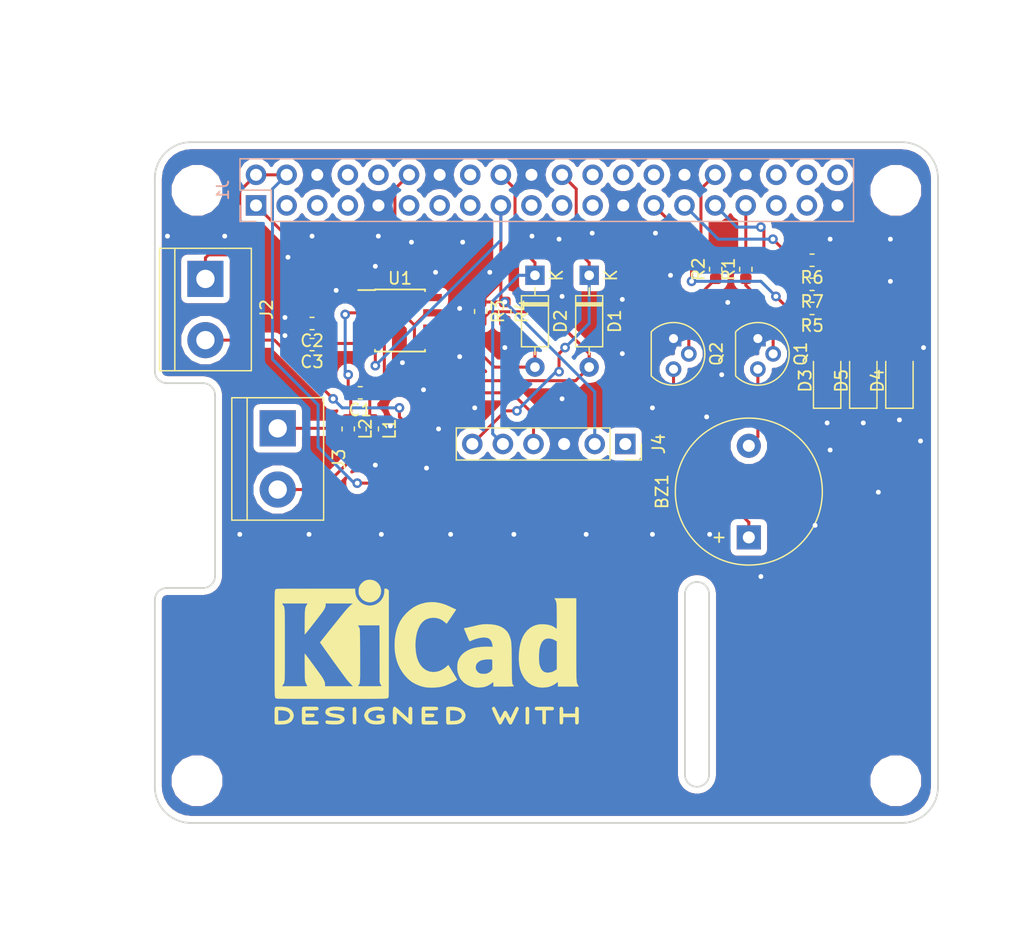
<source format=kicad_pcb>
(kicad_pcb (version 20171130) (host pcbnew "(5.0.0)")
  (layers (0 F.Cu signal) (31 B.Cu signal) (34 B.Paste user) (35 F.Paste user) (36 B.SilkS user) (37 F.SilkS user) (38 B.Mask user) (39 F.Mask user) (44 Edge.Cuts user))
  (net 0 "")
  (net 1 +5V)
  (net 2 "Net-(J2-Pad2)")
  (net 3 "Net-(J3-Pad2)")
  (net 4 "Net-(J3-Pad1)")
  (net 5 +3V3)
  (net 6 "Net-(D2-Pad2)")
  (net 7 "Net-(D1-Pad2)")
  (net 8 "Net-(Q2-Pad2)")
  (net 9 /PWM)
  (net 10 /BUZZ)
  (net 11 "Net-(Q1-Pad2)")
  (net 12 GND)
  (net 13 "Net-(BZ1-Pad2)")
  (net 14 "Net-(C1-Pad2)")
  (net 15 "Net-(C1-Pad1)")
  (net 16 /SO)
  (net 17 /SCK)
  (net 18 /CS)
  (net 19 "Net-(J1-Pad3)")
  (net 20 "Net-(J1-Pad5)")
  (net 21 "Net-(J1-Pad7)")
  (net 22 "Net-(J1-Pad8)")
  (net 23 "Net-(J1-Pad10)")
  (net 24 "Net-(J1-Pad11)")
  (net 25 "Net-(J1-Pad13)")
  (net 26 "Net-(J1-Pad15)")
  (net 27 "Net-(J1-Pad16)")
  (net 28 "Net-(J1-Pad19)")
  (net 29 "Net-(J1-Pad21)")
  (net 30 "Net-(J1-Pad23)")
  (net 31 "Net-(J1-Pad24)")
  (net 32 "Net-(J1-Pad26)")
  (net 33 "Net-(J1-Pad27)")
  (net 34 "Net-(J1-Pad28)")
  (net 35 "Net-(J1-Pad29)")
  (net 36 "Net-(J1-Pad31)")
  (net 37 "Net-(J1-Pad35)")
  (net 38 "Net-(J1-Pad36)")
  (net 39 "Net-(J1-Pad37)")
  (net 40 "Net-(J1-Pad38)")
  (net 41 "Net-(J1-Pad40)")
  (net 42 "Net-(J4-Pad1)")
  (net 43 "Net-(D3-Pad2)")
  (net 44 "Net-(D4-Pad2)")
  (net 45 "Net-(D5-Pad2)")
  (module MountingHole:MountingHole_3.2mm_M3 (layer F.Cu) (at 102.2 58.95)
    (fp_text reference REF** hide)
    (fp_text value MountingHole_3.2mm_M3)
    (pad 1 np_thru_hole circle (at 0 0) (size 3.2 3.2) (drill 3.2) (layers *.Cu *.Mask))
  )
  (module MountingHole:MountingHole_3.2mm_M3 (layer F.Cu) (at 160.2 58.95)
    (fp_text reference REF** hide)
    (fp_text value MountingHole_3.2mm_M3)
    (pad 1 np_thru_hole circle (at 0 0) (size 3.2 3.2) (drill 3.2) (layers *.Cu *.Mask))
  )
  (module MountingHole:MountingHole_3.2mm_M3 (layer F.Cu) (at 102.2 107.95)
    (fp_text reference REF** hide)
    (fp_text value MountingHole_3.2mm_M3)
    (pad 1 np_thru_hole circle (at 0 0) (size 3.2 3.2) (drill 3.2) (layers *.Cu *.Mask))
  )
  (module TerminalBlock:TerminalBlock_bornier-2_P5.08mm (layer F.Cu) (at 108.9 78.7 270)
    (fp_text reference J3 (at 2.54 -5.08 270) (layer F.SilkS))
    (fp_text value T-PROBE)
    (pad 2 thru_hole circle (at 5.08 0 270) (size 3 3) (drill 1.52) (layers *.Cu *.Mask) (net 3 "Net-(J3-Pad2)"))
    (pad 1 thru_hole rect (at 0 0 270) (size 3 3) (drill 1.52) (layers *.Cu *.Mask) (net 4 "Net-(J3-Pad1)"))
  )
  (module Diode_SMD:D_1206_3216Metric (layer F.Cu) (at 154.5 74.75 90)
    (fp_text reference D3 (at 0 -1.82 90) (layer F.SilkS))
    (fp_text value LED)
    (pad 1 smd roundrect (at -1.4 0 90) (size 1.25 1.75) (layers F.Cu F.Paste F.Mask) (roundrect_rratio 0.2) (net 12 GND))
    (pad 2 smd roundrect (at 1.4 0 90) (size 1.25 1.75) (layers F.Cu F.Paste F.Mask) (roundrect_rratio 0.2) (net 43 "Net-(D3-Pad2)"))
  )
  (module Diode_SMD:D_1206_3216Metric (layer F.Cu) (at 157.5 74.75 90)
    (fp_text reference D5 (at 0 -1.82 90) (layer F.SilkS))
    (fp_text value LED)
    (pad 2 smd roundrect (at 1.4 0 90) (size 1.25 1.75) (layers F.Cu F.Paste F.Mask) (roundrect_rratio 0.2) (net 45 "Net-(D5-Pad2)"))
    (pad 1 smd roundrect (at -1.4 0 90) (size 1.25 1.75) (layers F.Cu F.Paste F.Mask) (roundrect_rratio 0.2) (net 12 GND))
  )
  (module Diode_SMD:D_1206_3216Metric (layer F.Cu) (at 160.5 74.75 90)
    (fp_text reference D4 (at 0 -1.82 90) (layer F.SilkS))
    (fp_text value LED)
    (pad 1 smd roundrect (at -1.4 0 90) (size 1.25 1.75) (layers F.Cu F.Paste F.Mask) (roundrect_rratio 0.2) (net 12 GND))
    (pad 2 smd roundrect (at 1.4 0 90) (size 1.25 1.75) (layers F.Cu F.Paste F.Mask) (roundrect_rratio 0.2) (net 44 "Net-(D4-Pad2)"))
  )
  (module Resistor_SMD:R_0603_1608Metric (layer F.Cu) (at 153.25 66.75 180)
    (fp_text reference R7 (at 0 -1.43 180) (layer F.SilkS))
    (fp_text value R_Small)
    (pad 1 smd roundrect (at -0.7875 0 180) (size 0.875 0.95) (layers F.Cu F.Paste F.Mask) (net 45 "Net-(D5-Pad2)"))
    (pad 2 smd roundrect (at 0.7875 0 180) (size 0.875 0.95) (layers F.Cu F.Paste F.Mask) (net 36 "Net-(J1-Pad31)"))
  )
  (module Resistor_SMD:R_0603_1608Metric (layer F.Cu) (at 153.25 64.75 180)
    (fp_text reference R6 (at 0 -1.43 180) (layer F.SilkS))
    (fp_text value R_Small)
    (pad 2 smd roundrect (at 0.7875 0 180) (size 0.875 0.95) (layers F.Cu F.Paste F.Mask) (net 35 "Net-(J1-Pad29)"))
    (pad 1 smd roundrect (at -0.7875 0 180) (size 0.875 0.95) (layers F.Cu F.Paste F.Mask) (net 44 "Net-(D4-Pad2)"))
  )
  (module Resistor_SMD:R_0603_1608Metric (layer F.Cu) (at 153.25 68.75 180)
    (fp_text reference R5 (at 0 -1.43 180) (layer F.SilkS))
    (fp_text value R_Small)
    (pad 1 smd roundrect (at -0.7875 0 180) (size 0.875 0.95) (layers F.Cu F.Paste F.Mask) (net 43 "Net-(D3-Pad2)"))
    (pad 2 smd roundrect (at 0.7875 0 180) (size 0.875 0.95) (layers F.Cu F.Paste F.Mask) (net 33 "Net-(J1-Pad27)"))
  )
  (module Buzzer_Beeper:Buzzer_12x9.5RM7.6 (layer F.Cu) (at 148 87.75 90)
    (fp_text reference BZ1 (at 3.8 -7.2 90) (layer F.SilkS))
    (fp_text value Buzzer)
    (fp_text user + (at -0.01 -2.54 90) (layer F.SilkS))
    (pad 1 thru_hole rect (at 0 0 90) (size 2 2) (drill 1) (layers *.Cu *.Mask) (net 1 +5V))
    (pad 2 thru_hole circle (at 7.6 0 90) (size 2 2) (drill 1) (layers *.Cu *.Mask) (net 13 "Net-(BZ1-Pad2)"))
  )
  (module Package_TO_SOT_THT:TO-92 (layer F.Cu) (at 141.75 71.25 270)
    (fp_text reference Q2 (at 1.27 -3.56 270) (layer F.SilkS))
    (fp_text value 2N2219)
    (pad 1 thru_hole rect (at 0 0) (size 1.3 1.3) (drill 0.75) (layers *.Cu *.Mask) (net 12 GND))
    (pad 3 thru_hole circle (at 2.54 0) (size 1.3 1.3) (drill 0.75) (layers *.Cu *.Mask) (net 2 "Net-(J2-Pad2)"))
    (pad 2 thru_hole circle (at 1.27 -1.27) (size 1.3 1.3) (drill 0.75) (layers *.Cu *.Mask) (net 8 "Net-(Q2-Pad2)"))
  )
  (module Package_TO_SOT_THT:TO-92 (layer F.Cu) (at 148.75 71.25 270)
    (fp_text reference Q1 (at 1.27 -3.56 270) (layer F.SilkS))
    (fp_text value 2N2219)
    (pad 2 thru_hole circle (at 1.27 -1.27) (size 1.3 1.3) (drill 0.75) (layers *.Cu *.Mask) (net 11 "Net-(Q1-Pad2)"))
    (pad 3 thru_hole circle (at 2.54 0) (size 1.3 1.3) (drill 0.75) (layers *.Cu *.Mask) (net 13 "Net-(BZ1-Pad2)"))
    (pad 1 thru_hole rect (at 0 0) (size 1.3 1.3) (drill 0.75) (layers *.Cu *.Mask) (net 12 GND))
  )
  (module Capacitor_SMD:C_0603_1608Metric (layer F.Cu) (at 115.75 75.75 180)
    (fp_text reference C1 (at 0 -1.43 180) (layer F.SilkS))
    (fp_text value 10nF)
    (pad 1 smd roundrect (at -0.7875 0 180) (size 0.875 0.95) (layers F.Cu F.Paste F.Mask) (net 15 "Net-(C1-Pad1)"))
    (pad 2 smd roundrect (at 0.7875 0 180) (size 0.875 0.95) (layers F.Cu F.Paste F.Mask) (net 14 "Net-(C1-Pad2)"))
  )
  (module Capacitor_SMD:C_0603_1608Metric (layer F.Cu) (at 111.75 70 180)
    (fp_text reference C2 (at 0 -1.43 180) (layer F.SilkS))
    (fp_text value 10uF)
    (pad 2 smd roundrect (at 0.7875 0 180) (size 0.875 0.95) (layers F.Cu F.Paste F.Mask) (net 12 GND))
    (pad 1 smd roundrect (at -0.7875 0 180) (size 0.875 0.95) (layers F.Cu F.Paste F.Mask) (net 5 +3V3))
  )
  (module Capacitor_SMD:C_0603_1608Metric (layer F.Cu) (at 111.75 71.75 180)
    (fp_text reference C3 (at 0 -1.43 180) (layer F.SilkS))
    (fp_text value 10uF)
    (pad 1 smd roundrect (at -0.7875 0 180) (size 0.875 0.95) (layers F.Cu F.Paste F.Mask) (net 5 +3V3))
    (pad 2 smd roundrect (at 0.7875 0 180) (size 0.875 0.95) (layers F.Cu F.Paste F.Mask) (net 12 GND))
  )
  (module Connector_PinSocket_2.54mm:PinSocket_1x06_P2.54mm_Vertical (layer F.Cu) (at 137.75 80 270)
    (fp_text reference J4 (at 0 -2.77 270) (layer F.SilkS))
    (fp_text value MAX31855-BREAKOUT)
    (pad 1 thru_hole rect (at 0 0 270) (size 1.7 1.7) (drill 1) (layers *.Cu *.Mask) (net 42 "Net-(J4-Pad1)"))
    (pad 2 thru_hole oval (at 0 2.54 270) (size 1.7 1.7) (drill 1) (layers *.Cu *.Mask) (net 5 +3V3))
    (pad 3 thru_hole oval (at 0 5.08 270) (size 1.7 1.7) (drill 1) (layers *.Cu *.Mask) (net 12 GND))
    (pad 4 thru_hole oval (at 0 7.62 270) (size 1.7 1.7) (drill 1) (layers *.Cu *.Mask) (net 16 /SO))
    (pad 5 thru_hole oval (at 0 10.16 270) (size 1.7 1.7) (drill 1) (layers *.Cu *.Mask) (net 18 /CS))
    (pad 6 thru_hole oval (at 0 12.7 270) (size 1.7 1.7) (drill 1) (layers *.Cu *.Mask) (net 17 /SCK))
  )
  (module Connector_PinSocket_2.54mm:PinSocket_2x20_P2.54mm_Vertical (layer B.Cu) (at 107.1 60.2 270)
    (fp_text reference J1 (at -1.27 2.77 270) (layer B.SilkS) (effects (justify mirror)))
    (fp_text value Raspberry_Pi_2_3)
    (pad 1 thru_hole rect (at 0 0 270) (size 1.7 1.7) (drill 1) (layers *.Cu *.Mask) (net 5 +3V3))
    (pad 2 thru_hole oval (at -2.54 0 270) (size 1.7 1.7) (drill 1) (layers *.Cu *.Mask) (net 1 +5V))
    (pad 3 thru_hole oval (at 0 -2.54 270) (size 1.7 1.7) (drill 1) (layers *.Cu *.Mask) (net 19 "Net-(J1-Pad3)"))
    (pad 4 thru_hole oval (at -2.54 -2.54 270) (size 1.7 1.7) (drill 1) (layers *.Cu *.Mask) (net 1 +5V))
    (pad 5 thru_hole oval (at 0 -5.08 270) (size 1.7 1.7) (drill 1) (layers *.Cu *.Mask) (net 20 "Net-(J1-Pad5)"))
    (pad 6 thru_hole oval (at -2.54 -5.08 270) (size 1.7 1.7) (drill 1) (layers *.Cu *.Mask) (net 12 GND))
    (pad 7 thru_hole oval (at 0 -7.62 270) (size 1.7 1.7) (drill 1) (layers *.Cu *.Mask) (net 21 "Net-(J1-Pad7)"))
    (pad 8 thru_hole oval (at -2.54 -7.62 270) (size 1.7 1.7) (drill 1) (layers *.Cu *.Mask) (net 22 "Net-(J1-Pad8)"))
    (pad 9 thru_hole oval (at 0 -10.16 270) (size 1.7 1.7) (drill 1) (layers *.Cu *.Mask) (net 12 GND))
    (pad 10 thru_hole oval (at -2.54 -10.16 270) (size 1.7 1.7) (drill 1) (layers *.Cu *.Mask) (net 23 "Net-(J1-Pad10)"))
    (pad 11 thru_hole oval (at 0 -12.7 270) (size 1.7 1.7) (drill 1) (layers *.Cu *.Mask) (net 24 "Net-(J1-Pad11)"))
    (pad 12 thru_hole oval (at -2.54 -12.7 270) (size 1.7 1.7) (drill 1) (layers *.Cu *.Mask) (net 16 /SO))
    (pad 13 thru_hole oval (at 0 -15.24 270) (size 1.7 1.7) (drill 1) (layers *.Cu *.Mask) (net 25 "Net-(J1-Pad13)"))
    (pad 14 thru_hole oval (at -2.54 -15.24 270) (size 1.7 1.7) (drill 1) (layers *.Cu *.Mask) (net 12 GND))
    (pad 15 thru_hole oval (at 0 -17.78 270) (size 1.7 1.7) (drill 1) (layers *.Cu *.Mask) (net 26 "Net-(J1-Pad15)"))
    (pad 16 thru_hole oval (at -2.54 -17.78 270) (size 1.7 1.7) (drill 1) (layers *.Cu *.Mask) (net 27 "Net-(J1-Pad16)"))
    (pad 17 thru_hole oval (at 0 -20.32 270) (size 1.7 1.7) (drill 1) (layers *.Cu *.Mask) (net 5 +3V3))
    (pad 18 thru_hole oval (at -2.54 -20.32 270) (size 1.7 1.7) (drill 1) (layers *.Cu *.Mask) (net 18 /CS))
    (pad 19 thru_hole oval (at 0 -22.86 270) (size 1.7 1.7) (drill 1) (layers *.Cu *.Mask) (net 28 "Net-(J1-Pad19)"))
    (pad 20 thru_hole oval (at -2.54 -22.86 270) (size 1.7 1.7) (drill 1) (layers *.Cu *.Mask) (net 12 GND))
    (pad 21 thru_hole oval (at 0 -25.4 270) (size 1.7 1.7) (drill 1) (layers *.Cu *.Mask) (net 29 "Net-(J1-Pad21)"))
    (pad 22 thru_hole oval (at -2.54 -25.4 270) (size 1.7 1.7) (drill 1) (layers *.Cu *.Mask) (net 17 /SCK))
    (pad 23 thru_hole oval (at 0 -27.94 270) (size 1.7 1.7) (drill 1) (layers *.Cu *.Mask) (net 30 "Net-(J1-Pad23)"))
    (pad 24 thru_hole oval (at -2.54 -27.94 270) (size 1.7 1.7) (drill 1) (layers *.Cu *.Mask) (net 31 "Net-(J1-Pad24)"))
    (pad 25 thru_hole oval (at 0 -30.48 270) (size 1.7 1.7) (drill 1) (layers *.Cu *.Mask) (net 12 GND))
    (pad 26 thru_hole oval (at -2.54 -30.48 270) (size 1.7 1.7) (drill 1) (layers *.Cu *.Mask) (net 32 "Net-(J1-Pad26)"))
    (pad 27 thru_hole oval (at 0 -33.02 270) (size 1.7 1.7) (drill 1) (layers *.Cu *.Mask) (net 33 "Net-(J1-Pad27)"))
    (pad 28 thru_hole oval (at -2.54 -33.02 270) (size 1.7 1.7) (drill 1) (layers *.Cu *.Mask) (net 34 "Net-(J1-Pad28)"))
    (pad 29 thru_hole oval (at 0 -35.56 270) (size 1.7 1.7) (drill 1) (layers *.Cu *.Mask) (net 35 "Net-(J1-Pad29)"))
    (pad 30 thru_hole oval (at -2.54 -35.56 270) (size 1.7 1.7) (drill 1) (layers *.Cu *.Mask) (net 12 GND))
    (pad 31 thru_hole oval (at 0 -38.1 270) (size 1.7 1.7) (drill 1) (layers *.Cu *.Mask) (net 36 "Net-(J1-Pad31)"))
    (pad 32 thru_hole oval (at -2.54 -38.1 270) (size 1.7 1.7) (drill 1) (layers *.Cu *.Mask) (net 9 /PWM))
    (pad 33 thru_hole oval (at 0 -40.64 270) (size 1.7 1.7) (drill 1) (layers *.Cu *.Mask) (net 10 /BUZZ))
    (pad 34 thru_hole oval (at -2.54 -40.64 270) (size 1.7 1.7) (drill 1) (layers *.Cu *.Mask) (net 12 GND))
    (pad 35 thru_hole oval (at 0 -43.18 270) (size 1.7 1.7) (drill 1) (layers *.Cu *.Mask) (net 37 "Net-(J1-Pad35)"))
    (pad 36 thru_hole oval (at -2.54 -43.18 270) (size 1.7 1.7) (drill 1) (layers *.Cu *.Mask) (net 38 "Net-(J1-Pad36)"))
    (pad 37 thru_hole oval (at 0 -45.72 270) (size 1.7 1.7) (drill 1) (layers *.Cu *.Mask) (net 39 "Net-(J1-Pad37)"))
    (pad 38 thru_hole oval (at -2.54 -45.72 270) (size 1.7 1.7) (drill 1) (layers *.Cu *.Mask) (net 40 "Net-(J1-Pad38)"))
    (pad 39 thru_hole oval (at 0 -48.26 270) (size 1.7 1.7) (drill 1) (layers *.Cu *.Mask) (net 12 GND))
    (pad 40 thru_hole oval (at -2.54 -48.26 270) (size 1.7 1.7) (drill 1) (layers *.Cu *.Mask) (net 41 "Net-(J1-Pad40)"))
  )
  (module Diode_THT:D_DO-35_SOD27_P7.62mm_Horizontal (layer F.Cu) (at 130.25 66 270)
    (fp_text reference D2 (at 3.81 -2.12 270) (layer F.SilkS))
    (fp_text value 1N4148)
    (fp_text user K (at 0 -1.8 270) (layer F.SilkS))
    (pad 2 thru_hole oval (at 7.62 0 270) (size 1.6 1.6) (drill 0.8) (layers *.Cu *.Mask) (net 6 "Net-(D2-Pad2)"))
    (pad 1 thru_hole rect (at 0 0 270) (size 1.6 1.6) (drill 0.8) (layers *.Cu *.Mask) (net 18 /CS))
  )
  (module Diode_THT:D_DO-35_SOD27_P7.62mm_Horizontal (layer F.Cu) (at 134.75 66 270)
    (fp_text reference D1 (at 3.81 -2.12 270) (layer F.SilkS))
    (fp_text value 1N4148)
    (fp_text user K (at 0 -1.8 270) (layer F.SilkS))
    (pad 1 thru_hole rect (at 0 0 270) (size 1.6 1.6) (drill 0.8) (layers *.Cu *.Mask) (net 17 /SCK))
    (pad 2 thru_hole oval (at 7.62 0 270) (size 1.6 1.6) (drill 0.8) (layers *.Cu *.Mask) (net 7 "Net-(D1-Pad2)"))
  )
  (module Inductor_SMD:L_0603_1608Metric (layer F.Cu) (at 114.75 78.75 270)
    (fp_text reference L2 (at 0 -1.43 270) (layer F.SilkS))
    (fp_text value Ferrite_Bead_Small)
    (pad 2 smd roundrect (at 0.7875 0 270) (size 0.875 0.95) (layers F.Cu F.Paste F.Mask) (net 4 "Net-(J3-Pad1)"))
    (pad 1 smd roundrect (at -0.7875 0 270) (size 0.875 0.95) (layers F.Cu F.Paste F.Mask) (net 14 "Net-(C1-Pad2)"))
  )
  (module Inductor_SMD:L_0603_1608Metric (layer F.Cu) (at 116.75 78.75 270)
    (fp_text reference L1 (at 0 -1.43 270) (layer F.SilkS))
    (fp_text value Ferrite_Bead_Small)
    (pad 1 smd roundrect (at -0.7875 0 270) (size 0.875 0.95) (layers F.Cu F.Paste F.Mask) (net 15 "Net-(C1-Pad1)"))
    (pad 2 smd roundrect (at 0.7875 0 270) (size 0.875 0.95) (layers F.Cu F.Paste F.Mask) (net 3 "Net-(J3-Pad2)"))
  )
  (module Package_SO:SOIC-8_3.9x4.9mm_P1.27mm (layer F.Cu) (at 119.05 69.75)
    (fp_text reference U1 (at 0 -3.5) (layer F.SilkS))
    (fp_text value MAX31855TASA)
    (pad 1 smd rect (at -2.7 -1.905) (size 1.55 0.6) (layers F.Cu F.Paste F.Mask) (net 12 GND))
    (pad 2 smd rect (at -2.7 -0.635) (size 1.55 0.6) (layers F.Cu F.Paste F.Mask) (net 14 "Net-(C1-Pad2)"))
    (pad 3 smd rect (at -2.7 0.635) (size 1.55 0.6) (layers F.Cu F.Paste F.Mask) (net 15 "Net-(C1-Pad1)"))
    (pad 4 smd rect (at -2.7 1.905) (size 1.55 0.6) (layers F.Cu F.Paste F.Mask) (net 5 +3V3))
    (pad 5 smd rect (at 2.7 1.905) (size 1.55 0.6) (layers F.Cu F.Paste F.Mask) (net 7 "Net-(D1-Pad2)"))
    (pad 6 smd rect (at 2.7 0.635) (size 1.55 0.6) (layers F.Cu F.Paste F.Mask) (net 6 "Net-(D2-Pad2)"))
    (pad 7 smd rect (at 2.7 -0.635) (size 1.55 0.6) (layers F.Cu F.Paste F.Mask) (net 16 /SO))
    (pad 8 smd rect (at 2.7 -1.905) (size 1.55 0.6) (layers F.Cu F.Paste F.Mask))
  )
  (module Resistor_SMD:R_0603_1608Metric (layer F.Cu) (at 147.75 65.5 90)
    (fp_text reference R1 (at 0 -1.43 90) (layer F.SilkS))
    (fp_text value 1k)
    (pad 2 smd roundrect (at 0.7875 0 90) (size 0.875 0.95) (layers F.Cu F.Paste F.Mask) (net 10 /BUZZ))
    (pad 1 smd roundrect (at -0.7875 0 90) (size 0.875 0.95) (layers F.Cu F.Paste F.Mask) (net 11 "Net-(Q1-Pad2)"))
  )
  (module Resistor_SMD:R_0603_1608Metric (layer F.Cu) (at 145.25 65.5 90)
    (fp_text reference R2 (at 0 -1.43 90) (layer F.SilkS))
    (fp_text value 1k)
    (pad 1 smd roundrect (at -0.7875 0 90) (size 0.875 0.95) (layers F.Cu F.Paste F.Mask) (net 8 "Net-(Q2-Pad2)"))
    (pad 2 smd roundrect (at 0.7875 0 90) (size 0.875 0.95) (layers F.Cu F.Paste F.Mask) (net 9 /PWM))
  )
  (module Resistor_SMD:R_0603_1608Metric (layer F.Cu) (at 125.75 69 270)
    (fp_text reference R3 (at 0 -1.43 270) (layer F.SilkS))
    (fp_text value R_Small)
    (pad 2 smd roundrect (at 0.7875 0 270) (size 0.875 0.95) (layers F.Cu F.Paste F.Mask) (net 7 "Net-(D1-Pad2)"))
    (pad 1 smd roundrect (at -0.7875 0 270) (size 0.875 0.95) (layers F.Cu F.Paste F.Mask) (net 5 +3V3))
  )
  (module Resistor_SMD:R_0603_1608Metric (layer F.Cu) (at 127.75 69 270)
    (fp_text reference R4 (at 0 -1.43 270) (layer F.SilkS))
    (fp_text value R_Small)
    (pad 1 smd roundrect (at -0.7875 0 270) (size 0.875 0.95) (layers F.Cu F.Paste F.Mask) (net 5 +3V3))
    (pad 2 smd roundrect (at 0.7875 0 270) (size 0.875 0.95) (layers F.Cu F.Paste F.Mask) (net 6 "Net-(D2-Pad2)"))
  )
  (module TerminalBlock:TerminalBlock_bornier-2_P5.08mm (layer F.Cu) (at 102.9 66.3 270)
    (fp_text reference J2 (at 2.54 -5.08 270) (layer F.SilkS))
    (fp_text value Conn_01x02_Female)
    (pad 1 thru_hole rect (at 0 0 270) (size 3 3) (drill 1.52) (layers *.Cu *.Mask) (net 1 +5V))
    (pad 2 thru_hole circle (at 5.08 0 270) (size 3 3) (drill 1.52) (layers *.Cu *.Mask) (net 2 "Net-(J2-Pad2)"))
  )
  (module athir:RPIHAT (layer F.Cu) (at 131.2 83.2)
    (fp_text reference REF** hide)
    (fp_text value RPIHAT)
  )
  (module Symbol:KiCad-Logo2_12mm_SilkScreen (layer F.Cu) (at 121.25 97.25)
    (fp_text reference REF** hide)
    (fp_text value KiCad-Logo2_12mm_SilkScreen hide)
  )
  (module MountingHole:MountingHole_3.2mm_M3 (layer F.Cu) (at 160.2 107.95)
    (fp_text reference REF** hide)
    (fp_text value MountingHole_3.2mm_M3)
    (pad 1 np_thru_hole circle (at 0 0) (size 3.2 3.2) (drill 3.2) (layers *.Cu *.Mask))
  )
  (gr_line (start 142.7 92.45) (end 142.7 107.45) (layer Edge.Cuts) (width 0.15))
  (gr_arc (start 143.7 92.45) (end 144.7 92.45) (angle -90) (layer Edge.Cuts) (width 0.15))
  (gr_arc (start 143.7 92.45) (end 143.7 91.45) (angle -90) (layer Edge.Cuts) (width 0.15))
  (gr_arc (start 143.7 107.45) (end 142.7 107.45) (angle -90) (layer Edge.Cuts) (width 0.15))
  (gr_arc (start 143.7 107.45) (end 143.7 108.45) (angle -90) (layer Edge.Cuts) (width 0.15))
  (gr_line (start 144.7 92.45) (end 144.7 107.45) (layer Edge.Cuts) (width 0.15))
  (gr_line (start 102.7 91.95) (end 99.7 91.95) (layer Edge.Cuts) (width 0.15))
  (gr_line (start 99.7 74.95) (end 102.7 74.95) (layer Edge.Cuts) (width 0.15))
  (gr_line (start 98.7 73.95) (end 98.7 57.95) (layer Edge.Cuts) (width 0.15))
  (gr_arc (start 99.7 73.95) (end 98.7 73.95) (angle -90) (layer Edge.Cuts) (width 0.15))
  (gr_arc (start 102.7 75.95) (end 103.7 75.95) (angle -90) (layer Edge.Cuts) (width 0.15))
  (gr_arc (start 102.7 90.95) (end 102.7 91.95) (angle -90) (layer Edge.Cuts) (width 0.15))
  (gr_arc (start 99.7 92.95) (end 99.7 91.95) (angle -90) (layer Edge.Cuts) (width 0.15))
  (gr_line (start 103.7 75.9) (end 103.7 91) (layer Edge.Cuts) (width 0.15))
  (gr_line (start 98.7 108.45) (end 98.7 92.95) (layer Edge.Cuts) (width 0.15))
  (gr_line (start 160.7 111.45) (end 101.7 111.45) (layer Edge.Cuts) (width 0.15))
  (gr_arc (start 101.7 57.95) (end 101.7 54.95) (angle -90) (layer Edge.Cuts) (width 0.15))
  (gr_arc (start 101.7 108.45) (end 98.7 108.45) (angle -90) (layer Edge.Cuts) (width 0.15))
  (gr_arc (start 160.7 108.45) (end 160.7 111.45) (angle -90) (layer Edge.Cuts) (width 0.15))
  (gr_arc (start 160.7 57.95) (end 163.7 57.95) (angle -90) (layer Edge.Cuts) (width 0.15))
  (gr_line (start 163.7 108.45) (end 163.7 57.95) (layer Edge.Cuts) (width 0.15))
  (gr_line (start 160.7 54.95) (end 101.69 54.95) (layer Edge.Cuts) (width 0.15))
  (segment (start 107.1 57.66) (end 105.75 59.01) (width 0.25) (layer F.Cu) (net 1))
  (segment (start 105.75 59.01) (end 105.75 63.2) (width 0.25) (layer F.Cu) (net 1))
  (segment (start 105.75 63.2) (end 104.65 64.3) (width 0.25) (layer F.Cu) (net 1))
  (segment (start 102.9 64.55) (end 102.9 66.3) (width 0.25) (layer F.Cu) (net 1))
  (segment (start 103.15 64.3) (end 102.9 64.55) (width 0.25) (layer F.Cu) (net 1))
  (segment (start 104.65 64.3) (end 103.15 64.3) (width 0.25) (layer F.Cu) (net 1))
  (segment (start 109.64 57.66) (end 107.1 57.66) (width 0.25) (layer F.Cu) (net 1))
  (segment (start 108.464999 58.835001) (end 108.464999 72.964999) (width 0.25) (layer B.Cu) (net 1))
  (segment (start 109.64 57.66) (end 108.464999 58.835001) (width 0.25) (layer B.Cu) (net 1))
  (segment (start 108.464999 72.964999) (end 112.25 76.75) (width 0.25) (layer B.Cu) (net 1))
  (segment (start 112.25 76.75) (end 112.25 80.25) (width 0.25) (layer B.Cu) (net 1))
  (via (at 115.5 83.25) (size 0.8) (drill 0.4) (layers F.Cu B.Cu) (net 1))
  (segment (start 112.25 80.25) (end 115.25 83.25) (width 0.25) (layer B.Cu) (net 1))
  (segment (start 115.25 83.25) (end 115.5 83.25) (width 0.25) (layer B.Cu) (net 1))
  (segment (start 148 86.5) (end 148 87.75) (width 0.25) (layer F.Cu) (net 1))
  (segment (start 144.75 83.25) (end 148 86.5) (width 0.25) (layer F.Cu) (net 1))
  (segment (start 115.5 83.25) (end 144.75 83.25) (width 0.25) (layer F.Cu) (net 1))
  (segment (start 141.75 73.79) (end 141.75 81) (width 0.25) (layer F.Cu) (net 2))
  (segment (start 141.75 81) (end 140.25 82.5) (width 0.25) (layer F.Cu) (net 2))
  (segment (start 140.25 82.5) (end 123.75 82.5) (width 0.25) (layer F.Cu) (net 2))
  (via (at 119 77) (size 0.8) (drill 0.4) (layers F.Cu B.Cu) (net 2))
  (segment (start 123.75 82.5) (end 119 77.75) (width 0.25) (layer F.Cu) (net 2))
  (segment (start 119 77.75) (end 119 77) (width 0.25) (layer F.Cu) (net 2))
  (via (at 113.5 76.25) (size 0.8) (drill 0.4) (layers F.Cu B.Cu) (net 2))
  (segment (start 119 77) (end 114.25 77) (width 0.25) (layer B.Cu) (net 2))
  (segment (start 114.25 77) (end 113.5 76.25) (width 0.25) (layer B.Cu) (net 2))
  (segment (start 108.63 71.38) (end 102.9 71.38) (width 0.25) (layer F.Cu) (net 2))
  (segment (start 113.5 76.25) (end 108.63 71.38) (width 0.25) (layer F.Cu) (net 2))
  (segment (start 112.5075 83.78) (end 116.75 79.5375) (width 0.25) (layer F.Cu) (net 3))
  (segment (start 108.9 83.78) (end 112.5075 83.78) (width 0.25) (layer F.Cu) (net 3))
  (segment (start 109.2 79) (end 108.9 78.7) (width 0.25) (layer F.Cu) (net 4))
  (segment (start 113.9125 78.7) (end 108.9 78.7) (width 0.25) (layer F.Cu) (net 4))
  (segment (start 114.75 79.5375) (end 113.9125 78.7) (width 0.25) (layer F.Cu) (net 4))
  (segment (start 127.42 67.8825) (end 127.75 68.2125) (width 0.25) (layer F.Cu) (net 5))
  (segment (start 125.75 68.2125) (end 127.75 68.2125) (width 0.25) (layer F.Cu) (net 5))
  (segment (start 135.21 75.6725) (end 127.75 68.2125) (width 0.25) (layer B.Cu) (net 5))
  (via (at 127.75 68.2125) (size 0.8) (drill 0.4) (layers F.Cu B.Cu) (net 5))
  (segment (start 135.21 80) (end 135.21 75.6725) (width 0.25) (layer B.Cu) (net 5))
  (segment (start 112.6325 71.655) (end 112.5375 71.75) (width 0.25) (layer F.Cu) (net 5))
  (segment (start 116.35 71.655) (end 112.6325 71.655) (width 0.25) (layer F.Cu) (net 5))
  (segment (start 112.5375 70) (end 112.5375 71.75) (width 0.25) (layer F.Cu) (net 5))
  (segment (start 112.5375 65.6375) (end 107.1 60.2) (width 0.25) (layer F.Cu) (net 5))
  (segment (start 112.5375 70) (end 112.5375 65.6375) (width 0.25) (layer F.Cu) (net 5))
  (segment (start 127.42 66.5425) (end 127.42 66.25) (width 0.25) (layer F.Cu) (net 5))
  (segment (start 125.75 68.2125) (end 127.42 66.5425) (width 0.25) (layer F.Cu) (net 5))
  (segment (start 127.42 60.2) (end 127.42 66.25) (width 0.25) (layer F.Cu) (net 5))
  (segment (start 127.42 66.25) (end 127.42 67.8825) (width 0.25) (layer F.Cu) (net 5))
  (via (at 117 73.5) (size 0.8) (drill 0.4) (layers F.Cu B.Cu) (net 5))
  (segment (start 127.42 60.2) (end 127.42 63.08) (width 0.25) (layer B.Cu) (net 5))
  (segment (start 127.42 63.08) (end 117 73.5) (width 0.25) (layer B.Cu) (net 5))
  (segment (start 117 72.305) (end 116.35 71.655) (width 0.25) (layer F.Cu) (net 5))
  (segment (start 117 73.5) (end 117 72.305) (width 0.25) (layer F.Cu) (net 5))
  (segment (start 130.25 72.2875) (end 130.25 73.62) (width 0.25) (layer F.Cu) (net 6))
  (segment (start 127.75 69.7875) (end 130.25 72.2875) (width 0.25) (layer F.Cu) (net 6))
  (segment (start 122.775 70.385) (end 121.75 70.385) (width 0.25) (layer F.Cu) (net 6))
  (segment (start 123.635 70.385) (end 122.775 70.385) (width 0.25) (layer F.Cu) (net 6))
  (segment (start 130.25 73.62) (end 126.87 73.62) (width 0.25) (layer F.Cu) (net 6))
  (segment (start 126.87 73.62) (end 123.635 70.385) (width 0.25) (layer F.Cu) (net 6))
  (segment (start 133.950001 74.419999) (end 134.75 73.62) (width 0.25) (layer F.Cu) (net 7))
  (segment (start 133.624999 74.745001) (end 133.950001 74.419999) (width 0.25) (layer F.Cu) (net 7))
  (segment (start 124.290001 74.745001) (end 133.624999 74.745001) (width 0.25) (layer F.Cu) (net 7))
  (segment (start 121.75 72.205) (end 124.290001 74.745001) (width 0.25) (layer F.Cu) (net 7))
  (segment (start 121.75 71.655) (end 121.75 72.205) (width 0.25) (layer F.Cu) (net 7))
  (segment (start 131.28636 69.02499) (end 134.75 72.48863) (width 0.25) (layer F.Cu) (net 7))
  (segment (start 134.75 72.48863) (end 134.75 73.62) (width 0.25) (layer F.Cu) (net 7))
  (segment (start 125.75 69.7875) (end 126.51251 69.02499) (width 0.25) (layer F.Cu) (net 7))
  (segment (start 126.51251 69.02499) (end 131.28636 69.02499) (width 0.25) (layer F.Cu) (net 7))
  (segment (start 143.02 68.5175) (end 145.25 66.2875) (width 0.25) (layer F.Cu) (net 8))
  (segment (start 143.02 72.52) (end 143.02 68.5175) (width 0.25) (layer F.Cu) (net 8))
  (segment (start 144.350001 58.509999) (end 145.2 57.66) (width 0.25) (layer F.Cu) (net 9))
  (segment (start 144.024999 58.835001) (end 144.350001 58.509999) (width 0.25) (layer F.Cu) (net 9))
  (segment (start 144.024999 63.487499) (end 144.024999 58.835001) (width 0.25) (layer F.Cu) (net 9))
  (segment (start 145.25 64.7125) (end 144.024999 63.487499) (width 0.25) (layer F.Cu) (net 9))
  (segment (start 147.75 60.21) (end 147.74 60.2) (width 0.25) (layer F.Cu) (net 10))
  (segment (start 147.75 64.7125) (end 147.75 60.21) (width 0.25) (layer F.Cu) (net 10))
  (segment (start 150.02 71.600762) (end 150.02 72.52) (width 0.25) (layer F.Cu) (net 11))
  (segment (start 150.02 69.095) (end 150.02 71.600762) (width 0.25) (layer F.Cu) (net 11))
  (segment (start 147.75 66.825) (end 150.02 69.095) (width 0.25) (layer F.Cu) (net 11))
  (segment (start 147.75 66.2875) (end 147.75 66.825) (width 0.25) (layer F.Cu) (net 11))
  (via (at 120 63.25) (size 0.8) (drill 0.4) (layers F.Cu B.Cu) (net 12))
  (via (at 124.25 63.25) (size 0.8) (drill 0.4) (layers F.Cu B.Cu) (net 12))
  (via (at 122 65.75) (size 0.8) (drill 0.4) (layers F.Cu B.Cu) (net 12))
  (via (at 117.25 62.75) (size 0.8) (drill 0.4) (layers F.Cu B.Cu) (net 12))
  (via (at 111.75 62.75) (size 0.8) (drill 0.4) (layers F.Cu B.Cu) (net 12))
  (via (at 113.75 67.25) (size 0.8) (drill 0.4) (layers F.Cu B.Cu) (net 12))
  (via (at 117 65.25) (size 0.8) (drill 0.4) (layers F.Cu B.Cu) (net 12))
  (via (at 109.75 64.5) (size 0.8) (drill 0.4) (layers F.Cu B.Cu) (net 12))
  (via (at 109.5 69.5) (size 0.8) (drill 0.4) (layers F.Cu B.Cu) (net 12))
  (via (at 109.5 71) (size 0.8) (drill 0.4) (layers F.Cu B.Cu) (net 12))
  (via (at 99.75 62.75) (size 0.8) (drill 0.4) (layers F.Cu B.Cu) (net 12))
  (via (at 104.5 62.75) (size 0.8) (drill 0.4) (layers F.Cu B.Cu) (net 12))
  (via (at 105.75 87.5) (size 0.8) (drill 0.4) (layers F.Cu B.Cu) (net 12))
  (via (at 111.5 87.5) (size 0.8) (drill 0.4) (layers F.Cu B.Cu) (net 12))
  (via (at 117.5 87.5) (size 0.8) (drill 0.4) (layers F.Cu B.Cu) (net 12))
  (via (at 123.25 87.5) (size 0.8) (drill 0.4) (layers F.Cu B.Cu) (net 12))
  (via (at 128.5 87.5) (size 0.8) (drill 0.4) (layers F.Cu B.Cu) (net 12))
  (via (at 134.5 87.5) (size 0.8) (drill 0.4) (layers F.Cu B.Cu) (net 12))
  (via (at 140 87.5) (size 0.8) (drill 0.4) (layers F.Cu B.Cu) (net 12))
  (via (at 144.75 87.5) (size 0.8) (drill 0.4) (layers F.Cu B.Cu) (net 12))
  (via (at 149 91) (size 0.8) (drill 0.4) (layers F.Cu B.Cu) (net 12))
  (via (at 153.5 86.75) (size 0.8) (drill 0.4) (layers F.Cu B.Cu) (net 12))
  (via (at 158.75 84) (size 0.8) (drill 0.4) (layers F.Cu B.Cu) (net 12))
  (via (at 162.25 79.75) (size 0.8) (drill 0.4) (layers F.Cu B.Cu) (net 12))
  (via (at 154.75 80.5) (size 0.8) (drill 0.4) (layers F.Cu B.Cu) (net 12))
  (via (at 162.5 72) (size 0.8) (drill 0.4) (layers F.Cu B.Cu) (net 12))
  (via (at 160.5 78) (size 0.8) (drill 0.4) (layers F.Cu B.Cu) (net 12))
  (via (at 159.75 66.5) (size 0.8) (drill 0.4) (layers F.Cu B.Cu) (net 12))
  (via (at 159.75 63) (size 0.8) (drill 0.4) (layers F.Cu B.Cu) (net 12))
  (via (at 154.75 63) (size 0.8) (drill 0.4) (layers F.Cu B.Cu) (net 12))
  (via (at 130 62.75) (size 0.8) (drill 0.4) (layers F.Cu B.Cu) (net 12))
  (via (at 132.25 63) (size 0.8) (drill 0.4) (layers F.Cu B.Cu) (net 12))
  (via (at 132.5 67.75) (size 0.8) (drill 0.4) (layers F.Cu B.Cu) (net 12))
  (via (at 135 62.5) (size 0.8) (drill 0.4) (layers F.Cu B.Cu) (net 12))
  (via (at 140.25 62.5) (size 0.8) (drill 0.4) (layers F.Cu B.Cu) (net 12))
  (via (at 141.5 66) (size 0.8) (drill 0.4) (layers F.Cu B.Cu) (net 12))
  (via (at 137.5 68) (size 0.8) (drill 0.4) (layers F.Cu B.Cu) (net 12))
  (via (at 137.5 72.5) (size 0.8) (drill 0.4) (layers F.Cu B.Cu) (net 12))
  (via (at 140 77) (size 0.8) (drill 0.4) (layers F.Cu B.Cu) (net 12))
  (via (at 132.5 76.25) (size 0.8) (drill 0.4) (layers F.Cu B.Cu) (net 12))
  (via (at 119.25 73.25) (size 0.8) (drill 0.4) (layers F.Cu B.Cu) (net 12))
  (via (at 121 75.5) (size 0.8) (drill 0.4) (layers F.Cu B.Cu) (net 12))
  (via (at 122.25 78.75) (size 0.8) (drill 0.4) (layers F.Cu B.Cu) (net 12))
  (via (at 125.25 77) (size 0.8) (drill 0.4) (layers F.Cu B.Cu) (net 12))
  (via (at 118.25 78.5) (size 0.8) (drill 0.4) (layers F.Cu B.Cu) (net 12))
  (via (at 121.25 82) (size 0.8) (drill 0.4) (layers F.Cu B.Cu) (net 12))
  (via (at 117 81.75) (size 0.8) (drill 0.4) (layers F.Cu B.Cu) (net 12))
  (via (at 157.5 78.25) (size 0.8) (drill 0.4) (layers F.Cu B.Cu) (net 12))
  (via (at 154.5 78.25) (size 0.8) (drill 0.4) (layers F.Cu B.Cu) (net 12))
  (via (at 146.25 68.25) (size 0.8) (drill 0.4) (layers F.Cu B.Cu) (net 12))
  (via (at 145.75 74.25) (size 0.8) (drill 0.4) (layers F.Cu B.Cu) (net 12))
  (via (at 144.5 77.75) (size 0.8) (drill 0.4) (layers F.Cu B.Cu) (net 12))
  (via (at 126.5 65.75) (size 0.8) (drill 0.4) (layers F.Cu B.Cu) (net 12))
  (via (at 124 68.75) (size 0.8) (drill 0.4) (layers F.Cu B.Cu) (net 12))
  (via (at 127.75 72) (size 0.8) (drill 0.4) (layers F.Cu B.Cu) (net 12))
  (via (at 124 72.75) (size 0.8) (drill 0.4) (layers F.Cu B.Cu) (net 12))
  (segment (start 148.75 79.4) (end 148 80.15) (width 0.25) (layer F.Cu) (net 13))
  (segment (start 148.75 73.79) (end 148.75 79.4) (width 0.25) (layer F.Cu) (net 13))
  (via (at 114.5 69.25) (size 0.8) (drill 0.4) (layers F.Cu B.Cu) (net 14))
  (segment (start 116.35 69.115) (end 114.635 69.115) (width 0.25) (layer F.Cu) (net 14))
  (segment (start 114.635 69.115) (end 114.5 69.25) (width 0.25) (layer F.Cu) (net 14))
  (segment (start 114.5 74) (end 114.75 74.25) (width 0.25) (layer B.Cu) (net 14))
  (segment (start 114.5 69.25) (end 114.5 74) (width 0.25) (layer B.Cu) (net 14))
  (via (at 114.75 74.25) (size 0.8) (drill 0.4) (layers F.Cu B.Cu) (net 14))
  (segment (start 114.75 75.5375) (end 114.9625 75.75) (width 0.25) (layer F.Cu) (net 14))
  (segment (start 114.75 74.25) (end 114.75 75.5375) (width 0.25) (layer F.Cu) (net 14))
  (segment (start 114.9625 77.75) (end 114.75 77.9625) (width 0.25) (layer F.Cu) (net 14))
  (segment (start 114.9625 75.75) (end 114.9625 77.75) (width 0.25) (layer F.Cu) (net 14))
  (segment (start 116.5375 77.75) (end 116.75 77.9625) (width 0.25) (layer F.Cu) (net 15))
  (segment (start 116.5375 75.75) (end 116.5375 77.75) (width 0.25) (layer F.Cu) (net 15))
  (segment (start 116.5375 75.75) (end 117.75 74.5375) (width 0.25) (layer F.Cu) (net 15))
  (segment (start 116.825 70.385) (end 116.35 70.385) (width 0.25) (layer F.Cu) (net 15))
  (segment (start 117.75 71.31) (end 116.825 70.385) (width 0.25) (layer F.Cu) (net 15))
  (segment (start 117.75 74.5375) (end 117.75 71.31) (width 0.25) (layer F.Cu) (net 15))
  (segment (start 120.25 72.5) (end 120.25 70.14) (width 0.25) (layer F.Cu) (net 16))
  (segment (start 120.25 70.14) (end 121.275 69.115) (width 0.25) (layer F.Cu) (net 16))
  (segment (start 123.5 75.75) (end 120.25 72.5) (width 0.25) (layer F.Cu) (net 16))
  (segment (start 128.323004 75.75) (end 123.5 75.75) (width 0.25) (layer F.Cu) (net 16))
  (segment (start 130.13 80) (end 130.13 77.556996) (width 0.25) (layer F.Cu) (net 16))
  (segment (start 130.13 77.556996) (end 128.323004 75.75) (width 0.25) (layer F.Cu) (net 16))
  (segment (start 121.275 69.115) (end 121.75 69.115) (width 0.25) (layer F.Cu) (net 16))
  (segment (start 118.950001 58.509999) (end 119.8 57.66) (width 0.25) (layer F.Cu) (net 16))
  (segment (start 118.624999 58.835001) (end 118.950001 58.509999) (width 0.25) (layer F.Cu) (net 16))
  (segment (start 118.624999 68.514999) (end 118.624999 58.835001) (width 0.25) (layer F.Cu) (net 16))
  (segment (start 120.25 70.14) (end 118.624999 68.514999) (width 0.25) (layer F.Cu) (net 16))
  (segment (start 133.349999 58.509999) (end 132.5 57.66) (width 0.25) (layer F.Cu) (net 17))
  (segment (start 133.675001 58.835001) (end 133.349999 58.509999) (width 0.25) (layer F.Cu) (net 17))
  (segment (start 133.675001 63.875001) (end 133.675001 58.835001) (width 0.25) (layer F.Cu) (net 17))
  (segment (start 134.75 64.95) (end 133.675001 63.875001) (width 0.25) (layer F.Cu) (net 17))
  (segment (start 134.75 66) (end 134.75 64.95) (width 0.25) (layer F.Cu) (net 17))
  (segment (start 125.05 80) (end 127.8 77.25) (width 0.25) (layer F.Cu) (net 17))
  (via (at 128.75 77.25) (size 0.8) (drill 0.4) (layers F.Cu B.Cu) (net 17))
  (segment (start 127.8 77.25) (end 128.75 77.25) (width 0.25) (layer F.Cu) (net 17))
  (via (at 132.25 74) (size 0.8) (drill 0.4) (layers F.Cu B.Cu) (net 17))
  (segment (start 128.75 77.25) (end 132 74) (width 0.25) (layer B.Cu) (net 17))
  (segment (start 132 74) (end 132.25 74) (width 0.25) (layer B.Cu) (net 17))
  (via (at 132.75 72) (size 0.8) (drill 0.4) (layers F.Cu B.Cu) (net 17))
  (segment (start 132.25 74) (end 132.25 72.5) (width 0.25) (layer F.Cu) (net 17))
  (segment (start 132.25 72.5) (end 132.75 72) (width 0.25) (layer F.Cu) (net 17))
  (segment (start 134.75 70) (end 134.75 66) (width 0.25) (layer B.Cu) (net 17))
  (segment (start 132.75 72) (end 134.75 70) (width 0.25) (layer B.Cu) (net 17))
  (segment (start 128.269999 58.509999) (end 127.42 57.66) (width 0.25) (layer F.Cu) (net 18))
  (segment (start 128.595001 58.835001) (end 128.269999 58.509999) (width 0.25) (layer F.Cu) (net 18))
  (segment (start 128.595001 63.295001) (end 128.595001 58.835001) (width 0.25) (layer F.Cu) (net 18))
  (segment (start 130.25 64.95) (end 128.595001 63.295001) (width 0.25) (layer F.Cu) (net 18))
  (segment (start 130.25 66) (end 130.25 64.95) (width 0.25) (layer F.Cu) (net 18))
  (segment (start 128.889496 66) (end 129.2 66) (width 0.25) (layer B.Cu) (net 18))
  (segment (start 129.2 66) (end 130.25 66) (width 0.25) (layer B.Cu) (net 18))
  (segment (start 126.740001 79.150001) (end 126.740001 68.149495) (width 0.25) (layer B.Cu) (net 18))
  (segment (start 126.740001 68.149495) (end 128.889496 66) (width 0.25) (layer B.Cu) (net 18))
  (segment (start 127.59 80) (end 126.740001 79.150001) (width 0.25) (layer B.Cu) (net 18))
  (via (at 150.25 67.75) (size 0.8) (drill 0.4) (layers F.Cu B.Cu) (net 33))
  (segment (start 152.4625 68.75) (end 151.25 68.75) (width 0.25) (layer F.Cu) (net 33))
  (segment (start 151.25 68.75) (end 150.25 67.75) (width 0.25) (layer F.Cu) (net 33))
  (via (at 143.25 66.5) (size 0.8) (drill 0.4) (layers F.Cu B.Cu) (net 33))
  (segment (start 150.25 67.75) (end 149 66.5) (width 0.25) (layer B.Cu) (net 33))
  (segment (start 149 66.5) (end 143.25 66.5) (width 0.25) (layer B.Cu) (net 33))
  (segment (start 143.25 63.33) (end 140.12 60.2) (width 0.25) (layer F.Cu) (net 33))
  (segment (start 143.25 66.5) (end 143.25 63.33) (width 0.25) (layer F.Cu) (net 33))
  (via (at 150 63) (size 0.8) (drill 0.4) (layers F.Cu B.Cu) (net 35))
  (segment (start 152.4625 64.75) (end 151.75 64.75) (width 0.25) (layer F.Cu) (net 35))
  (segment (start 151.75 64.75) (end 150 63) (width 0.25) (layer F.Cu) (net 35))
  (segment (start 145.46 63) (end 142.66 60.2) (width 0.25) (layer B.Cu) (net 35))
  (segment (start 150 63) (end 145.46 63) (width 0.25) (layer B.Cu) (net 35))
  (via (at 149 62) (size 0.8) (drill 0.4) (layers F.Cu B.Cu) (net 36))
  (segment (start 145.2 60.2) (end 147 62) (width 0.25) (layer B.Cu) (net 36))
  (segment (start 147 62) (end 149 62) (width 0.25) (layer B.Cu) (net 36))
  (segment (start 151.5 66.75) (end 152.4625 66.75) (width 0.25) (layer F.Cu) (net 36))
  (segment (start 149.25 64.5) (end 151.5 66.75) (width 0.25) (layer F.Cu) (net 36))
  (segment (start 149 62) (end 149.25 62.25) (width 0.25) (layer F.Cu) (net 36))
  (segment (start 149.25 62.25) (end 149.25 64.5) (width 0.25) (layer F.Cu) (net 36))
  (segment (start 154.0375 72.8875) (end 154.5 73.35) (width 0.25) (layer F.Cu) (net 43))
  (segment (start 154.0375 68.75) (end 154.0375 72.8875) (width 0.25) (layer F.Cu) (net 43))
  (segment (start 160.5 71.2125) (end 160.5 73.35) (width 0.25) (layer F.Cu) (net 44))
  (segment (start 154.0375 64.75) (end 160.5 71.2125) (width 0.25) (layer F.Cu) (net 44))
  (segment (start 157.5 70.2125) (end 154.0375 66.75) (width 0.25) (layer F.Cu) (net 45))
  (segment (start 157.5 73.35) (end 157.5 70.2125) (width 0.25) (layer F.Cu) (net 45))
  (zone (net 12) (net_name GND) (layer F.Cu) (connect_pads yes (clearance 0.508)) (min_thickness 0.254) (fill yes (arc_segments 16) (thermal_gap 0.508) (thermal_bridge_width 0.508))
    (polygon (pts (xy 91.85 49.15) (xy 167.5 48.95) (xy 167.35 117.8) (xy 91.05 117.95)))
  )
  (zone (net 12) (net_name GND) (layer B.Cu) (connect_pads yes (clearance 0.508)) (min_thickness 0.254) (fill yes (arc_segments 16) (thermal_gap 0.508) (thermal_bridge_width 0.508))
    (polygon (pts (xy 87.9 43.35) (xy 170.3 43.15) (xy 170.85 121.85) (xy 85.85 121.7)))
  )
)
</source>
